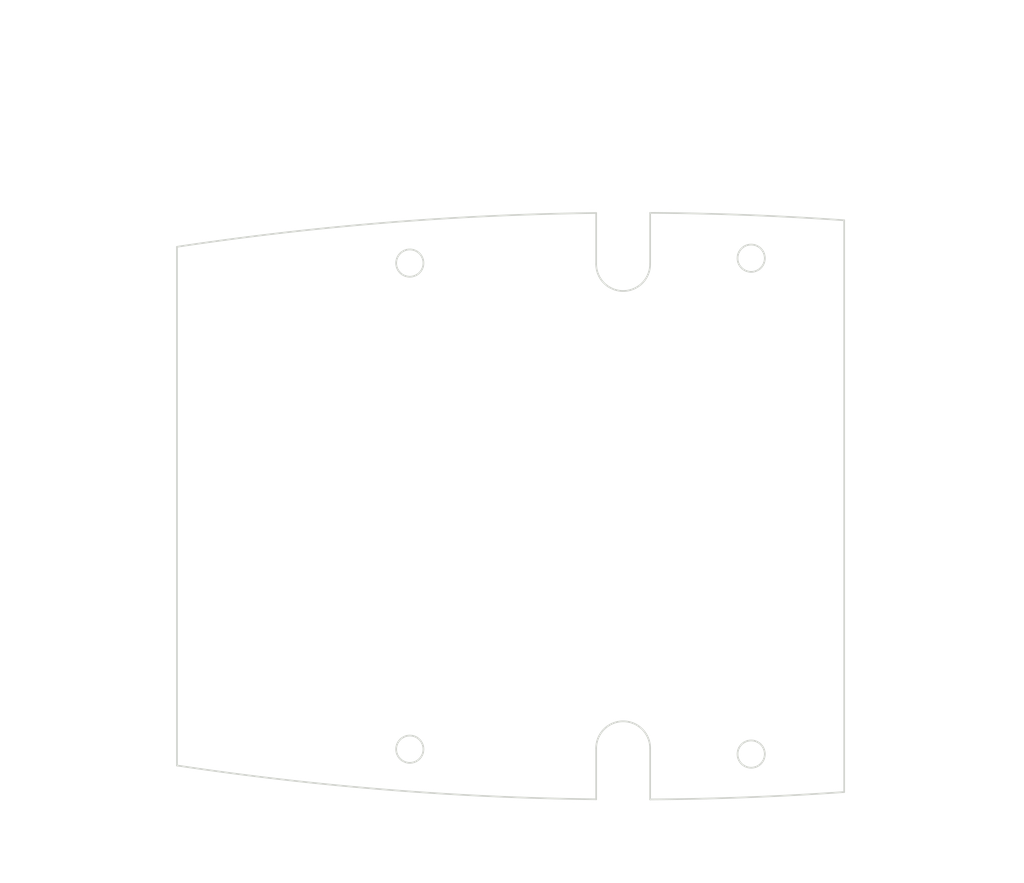
<source format=kicad_pcb>
(kicad_pcb (version 20171130) (host pcbnew "(5.1.0)-1")

  (general
    (thickness 1.6)
    (drawings 77)
    (tracks 0)
    (zones 0)
    (modules 0)
    (nets 1)
  )

  (page A4)
  (layers
    (0 F.Cu signal)
    (31 B.Cu signal)
    (32 B.Adhes user)
    (33 F.Adhes user)
    (34 B.Paste user)
    (35 F.Paste user)
    (36 B.SilkS user)
    (37 F.SilkS user)
    (38 B.Mask user)
    (39 F.Mask user)
    (40 Dwgs.User user)
    (41 Cmts.User user)
    (42 Eco1.User user)
    (43 Eco2.User user)
    (44 Edge.Cuts user)
    (45 Margin user)
    (46 B.CrtYd user)
    (47 F.CrtYd user)
    (48 B.Fab user)
    (49 F.Fab user)
  )

  (setup
    (last_trace_width 0.25)
    (trace_clearance 0.2)
    (zone_clearance 0.508)
    (zone_45_only no)
    (trace_min 0.2)
    (via_size 0.8)
    (via_drill 0.4)
    (via_min_size 0.4)
    (via_min_drill 0.3)
    (uvia_size 0.3)
    (uvia_drill 0.1)
    (uvias_allowed no)
    (uvia_min_size 0.2)
    (uvia_min_drill 0.1)
    (edge_width 0.05)
    (segment_width 0.2)
    (pcb_text_width 0.3)
    (pcb_text_size 1.5 1.5)
    (mod_edge_width 0.12)
    (mod_text_size 1 1)
    (mod_text_width 0.15)
    (pad_size 1.524 1.524)
    (pad_drill 0.762)
    (pad_to_mask_clearance 0.051)
    (solder_mask_min_width 0.25)
    (aux_axis_origin 0 0)
    (visible_elements FFFFFF7F)
    (pcbplotparams
      (layerselection 0x010fc_ffffffff)
      (usegerberextensions false)
      (usegerberattributes false)
      (usegerberadvancedattributes false)
      (creategerberjobfile false)
      (excludeedgelayer true)
      (linewidth 0.152400)
      (plotframeref false)
      (viasonmask false)
      (mode 1)
      (useauxorigin false)
      (hpglpennumber 1)
      (hpglpenspeed 20)
      (hpglpendiameter 15.000000)
      (psnegative false)
      (psa4output false)
      (plotreference true)
      (plotvalue true)
      (plotinvisibletext false)
      (padsonsilk false)
      (subtractmaskfromsilk false)
      (outputformat 1)
      (mirror false)
      (drillshape 1)
      (scaleselection 1)
      (outputdirectory ""))
  )

  (net 0 "")

  (net_class Default "This is the default net class."
    (clearance 0.2)
    (trace_width 0.25)
    (via_dia 0.8)
    (via_drill 0.4)
    (uvia_dia 0.3)
    (uvia_drill 0.1)
  )

  (gr_line (start 114.023908 72.346941) (end 114.023908 133.124278) (layer Edge.Cuts) (width 0.2))
  (gr_arc (start 167.238877 425.707402) (end 163.143245 68.385874) (angle -7.907509114) (layer Edge.Cuts) (width 0.2))
  (gr_line (start 163.143245 74.361489) (end 163.143245 68.385874) (layer Edge.Cuts) (width 0.2))
  (gr_arc (start 166.30597 74.361489) (end 163.143245 74.361489) (angle -180) (layer Edge.Cuts) (width 0.2))
  (gr_line (start 169.468694 68.36936) (end 169.468694 74.361489) (layer Edge.Cuts) (width 0.2))
  (gr_arc (start 167.238877 425.707402) (end 192.205045 69.235609) (angle -3.648749451) (layer Edge.Cuts) (width 0.2))
  (gr_line (start 192.205045 136.235609) (end 192.205045 69.235609) (layer Edge.Cuts) (width 0.2))
  (gr_arc (start 167.238877 -220.236184) (end 169.468694 137.101859) (angle -3.648749451) (layer Edge.Cuts) (width 0.2))
  (gr_line (start 169.468694 131.109729) (end 169.468694 137.101859) (layer Edge.Cuts) (width 0.2))
  (gr_arc (start 166.30597 131.109729) (end 169.468694 131.109729) (angle -180) (layer Edge.Cuts) (width 0.2))
  (gr_line (start 163.143245 137.085344) (end 163.143245 131.109729) (layer Edge.Cuts) (width 0.2))
  (gr_arc (start 167.238877 -220.236184) (end 114.023908 133.124278) (angle -7.907509114) (layer Edge.Cuts) (width 0.2))
  (gr_circle (center 141.30597 74.254635) (end 142.90597 74.254635) (layer Edge.Cuts) (width 0.2))
  (gr_circle (center 181.30597 131.788189) (end 182.90597 131.788189) (layer Edge.Cuts) (width 0.2))
  (gr_circle (center 181.30597 73.683029) (end 182.90597 73.683029) (layer Edge.Cuts) (width 0.2))
  (gr_circle (center 141.30597 131.216584) (end 142.90597 131.216584) (layer Edge.Cuts) (width 0.2))
  (gr_text [2.00] (at 166.755507 54.722204) (layer Dwgs.User)
    (effects (font (size 2 1.8) (thickness 0.25)))
  )
  (gr_text " 50.90" (at 166.755507 50.819339) (layer Dwgs.User)
    (effects (font (size 2 1.8) (thickness 0.25)))
  )
  (gr_line (start 190.205045 52.640485) (end 171.372697 52.640485) (layer Dwgs.User) (width 0.2))
  (gr_line (start 143.30597 52.640485) (end 162.138317 52.640485) (layer Dwgs.User) (width 0.2))
  (gr_line (start 192.205045 68.235609) (end 192.205045 49.465485) (layer Dwgs.User) (width 0.2))
  (gr_line (start 141.30597 73.254635) (end 141.30597 49.465485) (layer Dwgs.User) (width 0.2))
  (gr_text [1.02] (at 179.255507 61.017161) (layer Dwgs.User)
    (effects (font (size 2 1.8) (thickness 0.25)))
  )
  (gr_text " 25.90" (at 179.255507 57.114296) (layer Dwgs.User)
    (effects (font (size 2 1.8) (thickness 0.25)))
  )
  (gr_line (start 168.30597 58.935442) (end 174.638317 58.935442) (layer Dwgs.User) (width 0.2))
  (gr_line (start 190.205045 58.935442) (end 183.872697 58.935442) (layer Dwgs.User) (width 0.2))
  (gr_line (start 166.30597 73.361489) (end 166.30597 55.760442) (layer Dwgs.User) (width 0.2))
  (gr_line (start 192.205045 68.235609) (end 192.205045 55.760442) (layer Dwgs.User) (width 0.2))
  (gr_text [.43] (at 199.847042 67.312118) (layer Dwgs.User)
    (effects (font (size 2 1.8) (thickness 0.25)))
  )
  (gr_text " 10.90" (at 199.847042 63.409253) (layer Dwgs.User)
    (effects (font (size 2 1.8) (thickness 0.25)))
  )
  (gr_line (start 192.205045 65.230399) (end 195.229852 65.230399) (layer Dwgs.User) (width 0.2))
  (gr_line (start 183.30597 65.230399) (end 190.205045 65.230399) (layer Dwgs.User) (width 0.2))
  (gr_line (start 181.30597 72.683029) (end 181.30597 62.055399) (layer Dwgs.User) (width 0.2))
  (gr_line (start 192.205045 68.235609) (end 192.205045 62.055399) (layer Dwgs.User) (width 0.2))
  (gr_line (start 141.30597 131.306584) (end 141.30597 131.126584) (layer Dwgs.User) (width 0.2))
  (gr_line (start 141.21597 131.216584) (end 141.39597 131.216584) (layer Dwgs.User) (width 0.2))
  (gr_text " ∅3.20\n[∅0.13]" (at 154.956836 143.66216) (layer Dwgs.User)
    (effects (font (size 2 1.8) (thickness 0.25)))
  )
  (gr_line (start 147.76052 143.66216) (end 142.963372 134.412365) (layer Dwgs.User) (width 0.2))
  (gr_line (start 149.76052 143.66216) (end 147.76052 143.66216) (layer Dwgs.User) (width 0.2))
  (gr_text [R0.12] (at 152.211075 122.265391) (layer Dwgs.User)
    (effects (font (size 2 1.8) (thickness 0.25)))
  )
  (gr_text " R3.16" (at 152.211075 118.361844) (layer Dwgs.User)
    (effects (font (size 2 1.8) (thickness 0.25)))
  )
  (gr_line (start 159.329629 120.183672) (end 163.527601 126.758362) (layer Dwgs.User) (width 0.2))
  (gr_line (start 157.329629 120.183672) (end 159.329629 120.183672) (layer Dwgs.User) (width 0.2))
  (gr_text [1.99] (at 166.305121 104.817328) (layer Dwgs.User)
    (effects (font (size 2 1.8) (thickness 0.25)))
  )
  (gr_text " 50.42" (at 166.305121 100.914463) (layer Dwgs.User)
    (effects (font (size 2 1.8) (thickness 0.25)))
  )
  (gr_line (start 166.305121 125.947005) (end 166.305121 106.638474) (layer Dwgs.User) (width 0.2))
  (gr_line (start 166.305121 79.524214) (end 166.305121 98.832744) (layer Dwgs.User) (width 0.2))
  (gr_text [2.24] (at 109.140111 104.817328) (layer Dwgs.User)
    (effects (font (size 2 1.8) (thickness 0.25)))
  )
  (gr_text " 56.96" (at 109.140111 100.914463) (layer Dwgs.User)
    (effects (font (size 2 1.8) (thickness 0.25)))
  )
  (gr_line (start 109.140111 129.216584) (end 109.140111 106.638474) (layer Dwgs.User) (width 0.2))
  (gr_line (start 109.140111 76.254635) (end 109.140111 98.832744) (layer Dwgs.User) (width 0.2))
  (gr_line (start 140.30597 131.216584) (end 105.965111 131.216584) (layer Dwgs.User) (width 0.2))
  (gr_line (start 140.30597 74.254635) (end 105.965111 74.254635) (layer Dwgs.User) (width 0.2))
  (gr_text [2.29] (at 197.099368 104.817328) (layer Dwgs.User)
    (effects (font (size 2 1.8) (thickness 0.25)))
  )
  (gr_text " 58.11" (at 197.099368 100.914463) (layer Dwgs.User)
    (effects (font (size 2 1.8) (thickness 0.25)))
  )
  (gr_line (start 197.099368 129.788189) (end 197.099368 106.638474) (layer Dwgs.User) (width 0.2))
  (gr_line (start 197.099368 75.683029) (end 197.099368 98.832744) (layer Dwgs.User) (width 0.2))
  (gr_line (start 182.30597 131.788189) (end 200.274368 131.788189) (layer Dwgs.User) (width 0.2))
  (gr_line (start 182.30597 73.683029) (end 200.274368 73.683029) (layer Dwgs.User) (width 0.2))
  (gr_text [3.08] (at 153.114476 48.937649) (layer Dwgs.User)
    (effects (font (size 2 1.8) (thickness 0.25)))
  )
  (gr_text " 78.18" (at 153.114476 45.034784) (layer Dwgs.User)
    (effects (font (size 2 1.8) (thickness 0.25)))
  )
  (gr_line (start 116.023908 46.85593) (end 148.49183 46.85593) (layer Dwgs.User) (width 0.2))
  (gr_line (start 190.205045 46.85593) (end 157.737123 46.85593) (layer Dwgs.User) (width 0.2))
  (gr_line (start 114.023908 71.346941) (end 114.023908 43.68093) (layer Dwgs.User) (width 0.2))
  (gr_line (start 192.205045 68.235609) (end 192.205045 43.68093) (layer Dwgs.User) (width 0.2))
  (gr_text [2.39] (at 98.023908 104.817328) (layer Dwgs.User)
    (effects (font (size 2 1.8) (thickness 0.25)))
  )
  (gr_text " 60.78" (at 98.023908 100.914463) (layer Dwgs.User)
    (effects (font (size 2 1.8) (thickness 0.25)))
  )
  (gr_line (start 98.023908 131.124278) (end 98.023908 106.638474) (layer Dwgs.User) (width 0.2))
  (gr_line (start 98.023908 74.346941) (end 98.023908 98.832744) (layer Dwgs.User) (width 0.2))
  (gr_line (start 113.023908 133.124278) (end 94.848908 133.124278) (layer Dwgs.User) (width 0.2))
  (gr_line (start 113.023908 72.346941) (end 94.848908 72.346941) (layer Dwgs.User) (width 0.2))
  (gr_text [2.64] (at 208.552385 104.817328) (layer Dwgs.User)
    (effects (font (size 2 1.8) (thickness 0.25)))
  )
  (gr_text " 67.00" (at 208.552385 100.914463) (layer Dwgs.User)
    (effects (font (size 2 1.8) (thickness 0.25)))
  )
  (gr_line (start 208.552385 71.235609) (end 208.552385 98.832744) (layer Dwgs.User) (width 0.2))
  (gr_line (start 208.552385 134.235609) (end 208.552385 106.638474) (layer Dwgs.User) (width 0.2))
  (gr_line (start 193.205045 69.235609) (end 211.727385 69.235609) (layer Dwgs.User) (width 0.2))
  (gr_line (start 193.205045 136.235609) (end 211.727385 136.235609) (layer Dwgs.User) (width 0.2))

)

</source>
